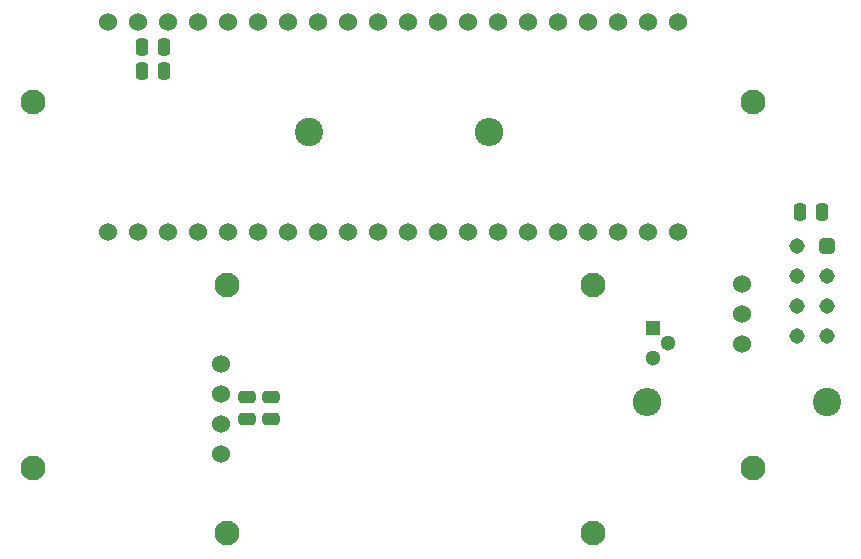
<source format=gbr>
%TF.GenerationSoftware,KiCad,Pcbnew,7.0.5*%
%TF.CreationDate,2024-02-27T08:06:29+01:00*%
%TF.ProjectId,Zeitmessung,5a656974-6d65-4737-9375-6e672e6b6963,rev?*%
%TF.SameCoordinates,Original*%
%TF.FileFunction,Soldermask,Top*%
%TF.FilePolarity,Negative*%
%FSLAX46Y46*%
G04 Gerber Fmt 4.6, Leading zero omitted, Abs format (unit mm)*
G04 Created by KiCad (PCBNEW 7.0.5) date 2024-02-27 08:06:29*
%MOMM*%
%LPD*%
G01*
G04 APERTURE LIST*
G04 Aperture macros list*
%AMRoundRect*
0 Rectangle with rounded corners*
0 $1 Rounding radius*
0 $2 $3 $4 $5 $6 $7 $8 $9 X,Y pos of 4 corners*
0 Add a 4 corners polygon primitive as box body*
4,1,4,$2,$3,$4,$5,$6,$7,$8,$9,$2,$3,0*
0 Add four circle primitives for the rounded corners*
1,1,$1+$1,$2,$3*
1,1,$1+$1,$4,$5*
1,1,$1+$1,$6,$7*
1,1,$1+$1,$8,$9*
0 Add four rect primitives between the rounded corners*
20,1,$1+$1,$2,$3,$4,$5,0*
20,1,$1+$1,$4,$5,$6,$7,0*
20,1,$1+$1,$6,$7,$8,$9,0*
20,1,$1+$1,$8,$9,$2,$3,0*%
G04 Aperture macros list end*
%ADD10C,2.100000*%
%ADD11RoundRect,0.250000X-0.250000X-0.475000X0.250000X-0.475000X0.250000X0.475000X-0.250000X0.475000X0*%
%ADD12C,1.524000*%
%ADD13C,2.400000*%
%ADD14O,2.400000X2.400000*%
%ADD15RoundRect,0.250000X0.475000X-0.250000X0.475000X0.250000X-0.475000X0.250000X-0.475000X-0.250000X0*%
%ADD16R,1.300000X1.300000*%
%ADD17C,1.300000*%
%ADD18RoundRect,0.250000X-0.405000X0.405000X-0.405000X-0.405000X0.405000X-0.405000X0.405000X0.405000X0*%
%ADD19C,1.310000*%
G04 APERTURE END LIST*
D10*
%TO.C,H1*%
X95000000Y-43000000D03*
%TD*%
D11*
%TO.C,C5*%
X159950000Y-52300000D03*
X161850000Y-52300000D03*
%TD*%
D12*
%TO.C,U2*%
X110890000Y-72760000D03*
X110890000Y-70220000D03*
X110890000Y-67680000D03*
X110890000Y-65140000D03*
%TD*%
D13*
%TO.C,R1*%
X118360000Y-45500000D03*
D14*
X133600000Y-45500000D03*
%TD*%
D11*
%TO.C,C4*%
X104200000Y-40400000D03*
X106100000Y-40400000D03*
%TD*%
D15*
%TO.C,C1*%
X113100000Y-69850000D03*
X113100000Y-67950000D03*
%TD*%
D10*
%TO.C,H5*%
X111400000Y-58500000D03*
%TD*%
D11*
%TO.C,C3*%
X104200000Y-38300000D03*
X106100000Y-38300000D03*
%TD*%
D10*
%TO.C,H2*%
X156000000Y-43000000D03*
%TD*%
%TO.C,H4*%
X95000000Y-74000000D03*
%TD*%
D16*
%TO.C,Q1*%
X147530000Y-62160000D03*
D17*
X148800000Y-63430000D03*
X147530000Y-64700000D03*
%TD*%
D18*
%TO.C,J1*%
X162270000Y-55190000D03*
D19*
X159730000Y-55190000D03*
X162270000Y-57730000D03*
X159730000Y-57730000D03*
X162270000Y-60270000D03*
X159730000Y-60270000D03*
X162270000Y-62810000D03*
X159730000Y-62810000D03*
%TD*%
D10*
%TO.C,H7*%
X111400000Y-79500000D03*
%TD*%
D12*
%TO.C,U3*%
X155060000Y-58360000D03*
X155060000Y-60900000D03*
X155060000Y-63440000D03*
%TD*%
D10*
%TO.C,H3*%
X156000000Y-74000000D03*
%TD*%
D12*
%TO.C,U1*%
X101380000Y-54000000D03*
X103920000Y-54000000D03*
X106460000Y-54000000D03*
X109000000Y-54000000D03*
X111540000Y-54000000D03*
X114080000Y-54000000D03*
X116620000Y-54000000D03*
X119160000Y-54000000D03*
X121700000Y-54000000D03*
X124240000Y-54000000D03*
X126780000Y-54000000D03*
X129320000Y-54000000D03*
X131860000Y-54000000D03*
X134400000Y-54000000D03*
X136940000Y-54000000D03*
X139480000Y-54000000D03*
X142020000Y-54000000D03*
X144560000Y-54000000D03*
X147100000Y-54000000D03*
X149640000Y-54000000D03*
X149640000Y-36220000D03*
X147100000Y-36220000D03*
X144560000Y-36220000D03*
X142020000Y-36220000D03*
X139480000Y-36220000D03*
X136940000Y-36220000D03*
X134400000Y-36220000D03*
X131860000Y-36220000D03*
X129320000Y-36220000D03*
X126780000Y-36220000D03*
X124240000Y-36220000D03*
X121700000Y-36220000D03*
X119160000Y-36220000D03*
X116620000Y-36220000D03*
X114080000Y-36220000D03*
X111540000Y-36220000D03*
X109000000Y-36220000D03*
X106460000Y-36220000D03*
X103920000Y-36220000D03*
X101380000Y-36220000D03*
%TD*%
D15*
%TO.C,C2*%
X115200000Y-69850000D03*
X115200000Y-67950000D03*
%TD*%
D10*
%TO.C,H8*%
X142400000Y-79500000D03*
%TD*%
D13*
%TO.C,R2*%
X162200000Y-68400000D03*
D14*
X146960000Y-68400000D03*
%TD*%
D10*
%TO.C,H6*%
X142400000Y-58500000D03*
%TD*%
M02*

</source>
